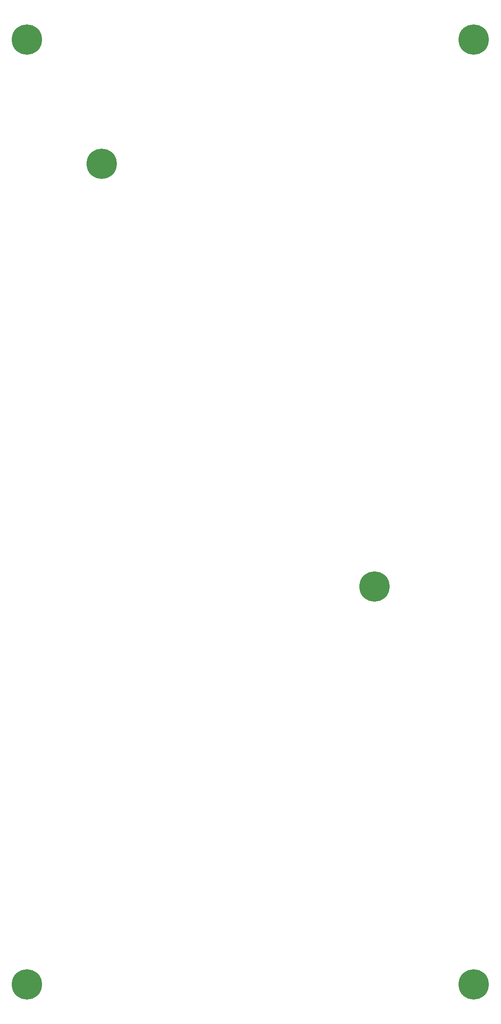
<source format=gbr>
%TF.GenerationSoftware,KiCad,Pcbnew,(5.1.6-0-10_14)*%
%TF.CreationDate,2021-10-27T22:41:10-07:00*%
%TF.ProjectId,lm13700-multimode-filter-panel,6c6d3133-3730-4302-9d6d-756c74696d6f,rev?*%
%TF.SameCoordinates,Original*%
%TF.FileFunction,Soldermask,Top*%
%TF.FilePolarity,Negative*%
%FSLAX46Y46*%
G04 Gerber Fmt 4.6, Leading zero omitted, Abs format (unit mm)*
G04 Created by KiCad (PCBNEW (5.1.6-0-10_14)) date 2021-10-27 22:41:10*
%MOMM*%
%LPD*%
G01*
G04 APERTURE LIST*
%ADD10C,6.100000*%
G04 APERTURE END LIST*
D10*
%TO.C,REF\u002A\u002A*%
X95000000Y-135000000D03*
%TD*%
%TO.C,REF\u002A\u002A*%
X40000000Y-50000000D03*
%TD*%
%TO.C,REF\u002A\u002A*%
X25000000Y-215000000D03*
%TD*%
%TO.C,REF\u002A\u002A*%
X115000000Y-215000000D03*
%TD*%
%TO.C,REF\u002A\u002A*%
X115000000Y-25000000D03*
%TD*%
%TO.C,REF\u002A\u002A*%
X25000000Y-25000000D03*
%TD*%
M02*

</source>
